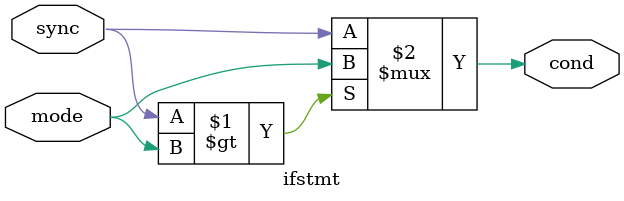
<source format=v>

module ifstmt (sync, mode, cond);
  input sync, mode;
  output cond;

  assign cond = sync > mode ? mode : sync;
endmodule

</source>
